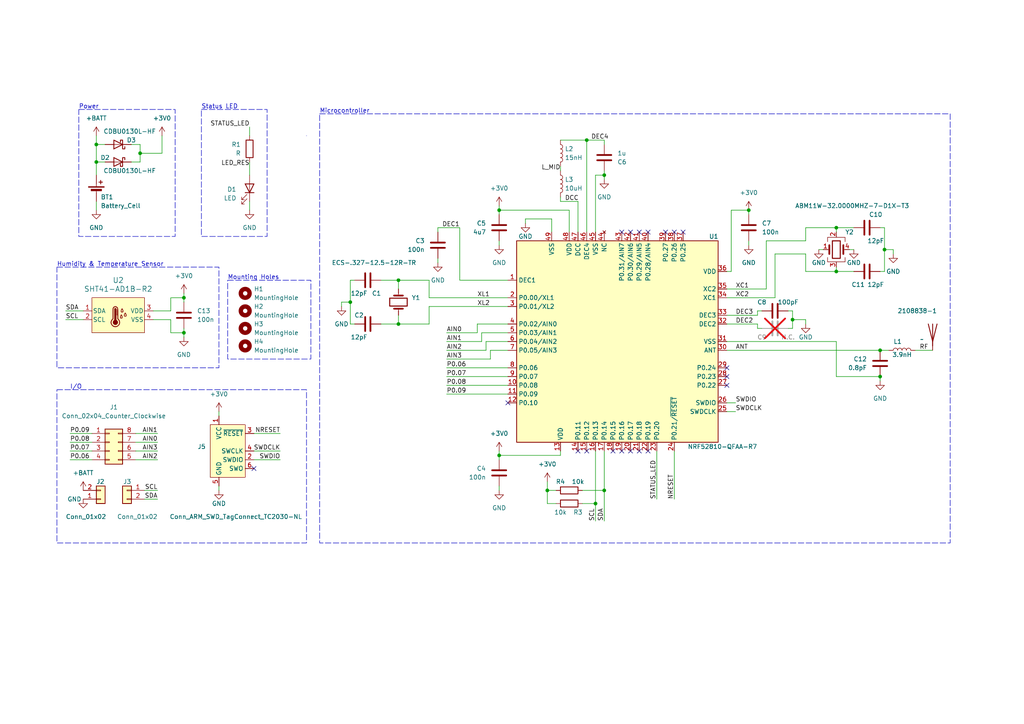
<source format=kicad_sch>
(kicad_sch (version 20230121) (generator eeschema)
  (paper "A4")
  (lib_symbols
    (symbol "Connector:Conn_ARM_SWD_TagConnect_TC2030-NL" (in_bom no)
      (property "Reference" "J" (at 2.54 11.43 0))
      (property "Value" "Conn_ARM_SWD_TagConnect_TC2030-NL" (at 2.54 8.89 0))
      (symbol "Conn_ARM_SWD_TagConnect_TC2030-NL_0_0"
        (pin power_in line (at -2.54 10.16 270) (length 2.54) (name "VCC") (number "1"))
        (pin bidirectional line (at 7.62 -2.54 180) (length 2.54) (name "SWDIO") (number "2"))
        (pin open_collector line (at 7.62 5.08 180) (length 2.54) (name "~{RESET}") (number "3"))
        (pin output line (at 7.62 0 180) (length 2.54) (name "SWCLK") (number "4"))
        (pin power_in line (at -2.54 -10.16 90) (length 2.54) (name "GND") (number "5"))
        (pin input line (at 7.62 -5.08 180) (length 2.54) (name "SWO") (number "6"))
      )
      (symbol "Conn_ARM_SWD_TagConnect_TC2030-NL_0_1"
        (rectangle (start -5.08 7.62) (end 5.08 -7.62) (fill (type background)))
      )
    )
    (symbol "Connector_Generic:Conn_01x02" (pin_names (offset 1.016) hide)
      (property "Reference" "J" (at 0 2.54 0))
      (property "Value" "Conn_01x02" (at 0 -5.08 0))
      (symbol "Conn_01x02_1_1"
        (rectangle (start -1.27 -2.413) (end 0 -2.667) (stroke (width 0.1524)))
        (rectangle (start -1.27 0.127) (end 0 -0.127) (stroke (width 0.1524)))
        (rectangle (start -1.27 1.27) (end 1.27 -3.81) (stroke (width 0.254)) (fill (type background)))
        (pin passive line (at -5.08 0 0) (length 3.81) (name "Pin_1") (number "1"))
        (pin passive line (at -5.08 -2.54 0) (length 3.81) (name "Pin_2") (number "2"))
      )
    )
    (symbol "Connector_Generic:Conn_02x04_Counter_Clockwise" (pin_names (offset 1.016) hide)
      (property "Reference" "J" (at 1.27 5.08 0))
      (property "Value" "Conn_02x04_Counter_Clockwise" (at 1.27 -7.62 0))
      (symbol "Conn_02x04_Counter_Clockwise_1_1"
        (rectangle (start -1.27 -4.953) (end 0 -5.207) (stroke (width 0.1524)))
        (rectangle (start -1.27 -2.413) (end 0 -2.667) (stroke (width 0.1524)))
        (rectangle (start -1.27 0.127) (end 0 -0.127) (stroke (width 0.1524)))
        (rectangle (start -1.27 2.667) (end 0 2.413) (stroke (width 0.1524)))
        (rectangle (start -1.27 3.81) (end 3.81 -6.35) (stroke (width 0.254)) (fill (type background)))
        (rectangle (start 3.81 -4.953) (end 2.54 -5.207) (stroke (width 0.1524)))
        (rectangle (start 3.81 -2.413) (end 2.54 -2.667) (stroke (width 0.1524)))
        (rectangle (start 3.81 0.127) (end 2.54 -0.127) (stroke (width 0.1524)))
        (rectangle (start 3.81 2.667) (end 2.54 2.413) (stroke (width 0.1524)))
        (pin passive line (at -5.08 2.54 0) (length 3.81) (name "Pin_1") (number "1"))
        (pin passive line (at -5.08 0 0) (length 3.81) (name "Pin_2") (number "2"))
        (pin passive line (at -5.08 -2.54 0) (length 3.81) (name "Pin_3") (number "3"))
        (pin passive line (at -5.08 -5.08 0) (length 3.81) (name "Pin_4") (number "4"))
        (pin passive line (at 7.62 -5.08 180) (length 3.81) (name "Pin_5") (number "5"))
        (pin passive line (at 7.62 -2.54 180) (length 3.81) (name "Pin_6") (number "6"))
        (pin passive line (at 7.62 0 180) (length 3.81) (name "Pin_7") (number "7"))
        (pin passive line (at 7.62 2.54 180) (length 3.81) (name "Pin_8") (number "8"))
      )
    )
    (symbol "Device:Antenna" (pin_numbers hide) (pin_names (offset 1.016) hide)
      (property "Reference" "AE" (at -1.905 1.905 0))
      (property "Value" "Antenna" (at -1.905 0 0))
      (symbol "Antenna_0_1"
        (polyline (pts (xy 0 2.54) (xy 0 -3.81)) (stroke (width 0.254)))
        (polyline (pts (xy 1.27 2.54) (xy 0 -2.54) (xy -1.27 2.54)) (stroke (width 0.254)))
      )
      (symbol "Antenna_1_1"
        (pin input line (at 0 -5.08 90) (length 2.54) (name "A") (number "1"))
      )
    )
    (symbol "Device:Battery_Cell" (pin_numbers hide) (pin_names (offset 0) hide)
      (property "Reference" "BT" (at 2.54 2.54 0))
      (property "Value" "Battery_Cell" (at 2.54 0 0))
      (symbol "Battery_Cell_0_1"
        (rectangle (start -2.286 1.778) (end 2.286 1.524) (fill (type outline)))
        (rectangle (start -1.524 1.016) (end 1.524 0.508) (fill (type outline)))
        (polyline (pts (xy 0 0.762) (xy 0 0)))
        (polyline (pts (xy 0 1.778) (xy 0 2.54)))
        (polyline (pts (xy 0.762 3.048) (xy 1.778 3.048)) (stroke (width 0.254)))
        (polyline (pts (xy 1.27 3.556) (xy 1.27 2.54)) (stroke (width 0.254)))
      )
      (symbol "Battery_Cell_1_1"
        (pin passive line (at 0 5.08 270) (length 2.54) (name "+") (number "1"))
        (pin passive line (at 0 -2.54 90) (length 2.54) (name "-") (number "2"))
      )
    )
    (symbol "Device:C" (pin_numbers hide) (pin_names (offset 0.254))
      (property "Reference" "C" (at 0.635 2.54 0))
      (property "Value" "C" (at 0.635 -2.54 0))
      (symbol "C_0_1"
        (polyline (pts (xy -2.032 -0.762) (xy 2.032 -0.762)) (stroke (width 0.508)))
        (polyline (pts (xy -2.032 0.762) (xy 2.032 0.762)) (stroke (width 0.508)))
      )
      (symbol "C_1_1"
        (pin passive line (at 0 3.81 270) (length 2.794) (name "~") (number "1"))
        (pin passive line (at 0 -3.81 90) (length 2.794) (name "~") (number "2"))
      )
    )
    (symbol "Device:Crystal" (pin_numbers hide) (pin_names (offset 1.016) hide)
      (property "Reference" "Y" (at 0 3.81 0))
      (property "Value" "Crystal" (at 0 -3.81 0))
      (symbol "Crystal_0_1"
        (rectangle (start -1.143 2.54) (end 1.143 -2.54) (stroke (width 0.3048)))
        (polyline (pts (xy -2.54 0) (xy -1.905 0)))
        (polyline (pts (xy -1.905 -1.27) (xy -1.905 1.27)) (stroke (width 0.508)))
        (polyline (pts (xy 1.905 -1.27) (xy 1.905 1.27)) (stroke (width 0.508)))
        (polyline (pts (xy 2.54 0) (xy 1.905 0)))
      )
      (symbol "Crystal_1_1"
        (pin passive line (at -3.81 0 0) (length 1.27) (name "1") (number "1"))
        (pin passive line (at 3.81 0 180) (length 1.27) (name "2") (number "2"))
      )
    )
    (symbol "Device:Crystal_GND23" (pin_names (offset 1.016) hide)
      (property "Reference" "Y" (at 3.175 5.08 0))
      (property "Value" "Crystal_GND23" (at 3.175 3.175 0))
      (symbol "Crystal_GND23_0_1"
        (rectangle (start -1.143 2.54) (end 1.143 -2.54) (stroke (width 0.3048)))
        (polyline (pts (xy -2.54 0) (xy -2.032 0)))
        (polyline (pts (xy -2.032 -1.27) (xy -2.032 1.27)) (stroke (width 0.508)))
        (polyline (pts (xy 0 -3.81) (xy 0 -3.556)))
        (polyline (pts (xy 0 3.556) (xy 0 3.81)))
        (polyline (pts (xy 2.032 -1.27) (xy 2.032 1.27)) (stroke (width 0.508)))
        (polyline (pts (xy 2.032 0) (xy 2.54 0)))
        (polyline (pts (xy -2.54 -2.286) (xy -2.54 -3.556) (xy 2.54 -3.556) (xy 2.54 -2.286)))
        (polyline (pts (xy -2.54 2.286) (xy -2.54 3.556) (xy 2.54 3.556) (xy 2.54 2.286)))
      )
      (symbol "Crystal_GND23_1_1"
        (pin passive line (at -3.81 0 0) (length 1.27) (name "1") (number "1"))
        (pin passive line (at 0 5.08 270) (length 1.27) (name "2") (number "2"))
        (pin passive line (at 0 -5.08 90) (length 1.27) (name "3") (number "3"))
        (pin passive line (at 3.81 0 180) (length 1.27) (name "4") (number "4"))
      )
    )
    (symbol "Device:D_Schottky" (pin_numbers hide) (pin_names (offset 1.016) hide)
      (property "Reference" "D" (at 0 2.54 0))
      (property "Value" "D_Schottky" (at 0 -2.54 0))
      (symbol "D_Schottky_0_1"
        (polyline (pts (xy 1.27 0) (xy -1.27 0)))
        (polyline (pts (xy 1.27 1.27) (xy 1.27 -1.27) (xy -1.27 0) (xy 1.27 1.27)) (stroke (width 0.254)))
        (polyline (pts (xy -1.905 0.635) (xy -1.905 1.27) (xy -1.27 1.27) (xy -1.27 -1.27) (xy -0.635 -1.27) (xy -0.635 -0.635)) (stroke (width 0.254)))
      )
      (symbol "D_Schottky_1_1"
        (pin passive line (at -3.81 0 0) (length 2.54) (name "K") (number "1"))
        (pin passive line (at 3.81 0 180) (length 2.54) (name "A") (number "2"))
      )
    )
    (symbol "Device:L" (pin_numbers hide) (pin_names (offset 1.016) hide)
      (property "Reference" "L" (at -1.27 0 90))
      (property "Value" "L" (at 1.905 0 90))
      (symbol "L_0_1"
        (arc (start 0 -2.54) (mid 0.6323 -1.905) (end 0 -1.27))
        (arc (start 0 -1.27) (mid 0.6323 -0.635) (end 0 0))
        (arc (start 0 0) (mid 0.6323 0.635) (end 0 1.27))
        (arc (start 0 1.27) (mid 0.6323 1.905) (end 0 2.54))
      )
      (symbol "L_1_1"
        (pin passive line (at 0 3.81 270) (length 1.27) (name "1") (number "1"))
        (pin passive line (at 0 -3.81 90) (length 1.27) (name "2") (number "2"))
      )
    )
    (symbol "Device:LED" (pin_numbers hide) (pin_names (offset 1.016) hide)
      (property "Reference" "D" (at 0 2.54 0))
      (property "Value" "LED" (at 0 -2.54 0))
      (symbol "LED_0_1"
        (polyline (pts (xy -1.27 -1.27) (xy -1.27 1.27)) (stroke (width 0.254)))
        (polyline (pts (xy -1.27 0) (xy 1.27 0)))
        (polyline (pts (xy 1.27 -1.27) (xy 1.27 1.27) (xy -1.27 0) (xy 1.27 -1.27)) (stroke (width 0.254)))
        (polyline (pts (xy -3.048 -0.762) (xy -4.572 -2.286) (xy -3.81 -2.286) (xy -4.572 -2.286) (xy -4.572 -1.524)))
        (polyline (pts (xy -1.778 -0.762) (xy -3.302 -2.286) (xy -2.54 -2.286) (xy -3.302 -2.286) (xy -3.302 -1.524)))
      )
      (symbol "LED_1_1"
        (pin passive line (at -3.81 0 0) (length 2.54) (name "K") (number "1"))
        (pin passive line (at 3.81 0 180) (length 2.54) (name "A") (number "2"))
      )
    )
    (symbol "Device:R" (pin_numbers hide) (pin_names (offset 0))
      (property "Reference" "R" (at 2.032 0 90))
      (property "Value" "R" (at 0 0 90))
      (symbol "R_0_1"
        (rectangle (start -1.016 -2.54) (end 1.016 2.54) (stroke (width 0.254)))
      )
      (symbol "R_1_1"
        (pin passive line (at 0 3.81 270) (length 1.27) (name "~") (number "1"))
        (pin passive line (at 0 -3.81 90) (length 1.27) (name "~") (number "2"))
      )
    )
    (symbol "Mechanical:MountingHole" (pin_names (offset 1.016))
      (property "Reference" "H" (at 0 5.08 0))
      (property "Value" "MountingHole" (at 0 3.175 0))
      (symbol "MountingHole_0_1"
        (circle (center 0 0) (radius 1.27) (stroke (width 1.27)))
      )
    )
    (symbol "encyclopedia_galactica:NRF52810-QFAA-R7"
      (property "Reference" "U" (at 0 54.61 0))
      (property "Value" "NRF52810-QFAA-R7" (at 0 52.07 0))
      (symbol "NRF52810-QFAA-R7_0_1"
        (rectangle (start -29.21 29.21) (end 29.21 -29.21) (stroke (width 0.254)) (fill (type background)))
      )
      (symbol "NRF52810-QFAA-R7_1_1"
        (pin passive line (at -31.75 17.78 0) (length 2.54) (name "DEC1") (number "1"))
        (pin bidirectional line (at -31.75 -12.7 0) (length 2.54) (name "P0.08") (number "10"))
        (pin bidirectional line (at -31.75 -15.24 0) (length 2.54) (name "P0.09") (number "11"))
        (pin bidirectional line (at -31.75 -17.78 0) (length 2.54) (name "P0.10") (number "12"))
        (pin power_in line (at -16.51 -31.75 90) (length 2.54) (name "VDD") (number "13"))
        (pin bidirectional line (at -11.43 -31.75 90) (length 2.54) (name "P0.11") (number "14"))
        (pin bidirectional line (at -8.89 -31.75 90) (length 2.54) (name "P0.12") (number "15"))
        (pin bidirectional line (at -6.35 -31.75 90) (length 2.54) (name "P0.13") (number "16"))
        (pin bidirectional line (at -3.81 -31.75 90) (length 2.54) (name "P0.14") (number "17"))
        (pin bidirectional line (at -1.27 -31.75 90) (length 2.54) (name "P0.15") (number "18"))
        (pin bidirectional line (at 1.27 -31.75 90) (length 2.54) (name "P0.16") (number "19"))
        (pin bidirectional line (at -31.75 12.7 0) (length 2.54) (name "P0.00/XL1") (number "2"))
        (pin bidirectional line (at 3.81 -31.75 90) (length 2.54) (name "P0.17") (number "20"))
        (pin bidirectional line (at 6.35 -31.75 90) (length 2.54) (name "P0.18") (number "21"))
        (pin bidirectional line (at 8.89 -31.75 90) (length 2.54) (name "P0.19") (number "22"))
        (pin bidirectional line (at 11.43 -31.75 90) (length 2.54) (name "P0.20") (number "23"))
        (pin bidirectional line (at 16.51 -31.75 90) (length 2.54) (name "P0.21/~{RESET}") (number "24"))
        (pin input line (at 31.75 -20.32 180) (length 2.54) (name "SWDCLK") (number "25"))
        (pin bidirectional line (at 31.75 -17.78 180) (length 2.54) (name "SWDIO") (number "26"))
        (pin bidirectional line (at 31.75 -12.7 180) (length 2.54) (name "P0.22") (number "27"))
        (pin bidirectional line (at 31.75 -10.16 180) (length 2.54) (name "P0.23") (number "28"))
        (pin bidirectional line (at 31.75 -7.62 180) (length 2.54) (name "P0.24") (number "29"))
        (pin bidirectional line (at -31.75 10.16 0) (length 2.54) (name "P0.01/XL2") (number "3"))
        (pin passive line (at 31.75 -2.54 180) (length 2.54) (name "ANT") (number "30"))
        (pin power_in line (at 31.75 0 180) (length 2.54) (name "VSS") (number "31"))
        (pin passive line (at 31.75 5.08 180) (length 2.54) (name "DEC2") (number "32"))
        (pin passive line (at 31.75 7.62 180) (length 2.54) (name "DEC3") (number "33"))
        (pin input line (at 31.75 12.7 180) (length 2.54) (name "XC1") (number "34"))
        (pin input line (at 31.75 15.24 180) (length 2.54) (name "XC2") (number "35"))
        (pin passive line (at 31.75 20.32 180) (length 2.54) (name "VDD") (number "36"))
        (pin bidirectional line (at 19.05 31.75 270) (length 2.54) (name "P0.25") (number "37"))
        (pin bidirectional line (at 16.51 31.75 270) (length 2.54) (name "P0.26") (number "38"))
        (pin bidirectional line (at 13.97 31.75 270) (length 2.54) (name "P0.27") (number "39"))
        (pin bidirectional line (at -31.75 5.08 0) (length 2.54) (name "P0.02/AIN0") (number "4"))
        (pin bidirectional line (at 8.89 31.75 270) (length 2.54) (name "P0.28/AIN4") (number "40"))
        (pin bidirectional line (at 6.35 31.75 270) (length 2.54) (name "P0.29/AIN5") (number "41"))
        (pin bidirectional line (at 3.81 31.75 270) (length 2.54) (name "P0.30/AIN6") (number "42"))
        (pin bidirectional line (at 1.27 31.75 270) (length 2.54) (name "P0.31/AIN7") (number "43"))
        (pin no_connect line (at -3.81 31.75 270) (length 2.54) (name "NC") (number "44"))
        (pin passive line (at -6.35 31.75 270) (length 2.54) (name "VSS") (number "45"))
        (pin passive line (at -8.89 31.75 270) (length 2.54) (name "DEC4") (number "46"))
        (pin power_out line (at -11.43 31.75 270) (length 2.54) (name "DCC") (number "47"))
        (pin passive line (at -13.97 31.75 270) (length 2.54) (name "VDD") (number "48"))
        (pin passive line (at -19.05 31.75 270) (length 2.54) (name "VSS") (number "49"))
        (pin bidirectional line (at -31.75 2.54 0) (length 2.54) (name "P0.03/AIN1") (number "5"))
        (pin bidirectional line (at -31.75 0 0) (length 2.54) (name "P0.04/AIN2") (number "6"))
        (pin bidirectional line (at -31.75 -2.54 0) (length 2.54) (name "P0.05/AIN3") (number "7"))
        (pin bidirectional line (at -31.75 -7.62 0) (length 2.54) (name "P0.06") (number "8"))
        (pin bidirectional line (at -31.75 -10.16 0) (length 2.54) (name "P0.07") (number "9"))
      )
    )
    (symbol "encyclopedia_galactica:SHT41-AD1B-R2" (pin_names (offset 0.254))
      (property "Reference" "U" (at 0 13.97 0))
      (property "Value" "SHT41-AD1B-R2" (at 0 11.43 0))
      (symbol "SHT41-AD1B-R2_0_0"
        (polyline (pts (xy -0.7782 -2.7679) (xy -0.7538 -2.7614) (xy -0.6273 -2.7452) (xy -0.5713 -2.733) (xy -0.4386 -2.65) (xy -0.3005 -2.5149) (xy -0.1862 -2.3589) (xy -0.1253 -2.2133) (xy -0.1122 -1.9777) (xy -0.1841 -1.7536) (xy -0.3553 -1.5359) (xy -0.5465 -1.3446) (xy -0.5465 0.2882) (xy -0.5465 1.9209) (xy -0.6855 2.012) (xy -0.7691 2.0613) (xy -0.8546 2.0708) (xy -0.9634 2.012) (xy -1.1023 1.9209) (xy -1.1023 0.2767) (xy -1.1023 -1.3675) (xy -1.2424 -1.4777) (xy -1.2888 -1.5171) (xy -1.4497 -1.7284) (xy -1.5229 -1.9679) (xy -1.5126 -2.2124) (xy -1.4228 -2.4384) (xy -1.2576 -2.6226) (xy -1.0211 -2.7416) (xy -0.8813 -2.7694) (xy -0.7782 -2.7679)) (stroke (width 0.01)) (fill (type outline)))
        (polyline (pts (xy 2.1727 -0.3391) (xy 2.3119 -0.2679) (xy 2.3683 -0.175) (xy 2.3992 -0.0278) (xy 2.3871 0.0546) (xy 2.337 0.2108) (xy 2.2619 0.3868) (xy 2.177 0.5511) (xy 2.0973 0.6727) (xy 2.0379 0.7202) (xy 1.9994 0.6955) (xy 1.9245 0.5928) (xy 1.8393 0.4391) (xy 1.7593 0.2658) (xy 1.6999 0.1045) (xy 1.6767 -0.0135) (xy 1.6805 -0.0349) (xy 1.7878 -0.0349) (xy 1.7977 0.0177) (xy 1.8421 0.1542) (xy 1.9103 0.3256) (xy 2.0328 0.6103) (xy 2.1597 0.3359) (xy 2.2226 0.1922) (xy 2.2764 0.0231) (xy 2.275 -0.0919) (xy 2.2213 -0.1774) (xy 2.1655 -0.214) (xy 2.0379 -0.2441) (xy 1.9584 -0.2324) (xy 1.8367 -0.1559) (xy 1.7878 -0.0349) (xy 1.6805 -0.0349) (xy 1.6952 -0.1171) (xy 1.7686 -0.2536) (xy 1.8305 -0.3015) (xy 1.9945 -0.3498) (xy 2.1727 -0.3391)) (stroke (width 0.01)) (fill (type outline)))
        (polyline (pts (xy 1.2779 0.8852) (xy 1.3876 0.9342) (xy 1.439 1.0346) (xy 1.4494 1.2197) (xy 1.4056 1.4476) (xy 1.3104 1.6903) (xy 1.2438 1.815) (xy 1.1682 1.9333) (xy 1.1209 1.9791) (xy 1.087 1.9506) (xy 1.016 1.8457) (xy 0.9313 1.6903) (xy 0.8493 1.4902) (xy 0.7962 1.2577) (xy 0.7964 1.2083) (xy 0.8985 1.2083) (xy 0.907 1.2863) (xy 0.947 1.4367) (xy 1.0063 1.5899) (xy 1.0699 1.7089) (xy 1.1227 1.7568) (xy 1.1687 1.7194) (xy 1.2295 1.6057) (xy 1.286 1.4514) (xy 1.3252 1.2933) (xy 1.3338 1.1679) (xy 1.3235 1.1054) (xy 1.2709 1.0212) (xy 1.1467 0.9899) (xy 1.1356 0.9889) (xy 0.987 0.994) (xy 0.9164 1.0597) (xy 0.8985 1.2083) (xy 0.7964 1.2083) (xy 0.7968 1.063) (xy 0.8541 0.9342) (xy 0.9555 0.8871) (xy 1.116 0.8695) (xy 1.2779 0.8852)) (stroke (width 0.01)) (fill (type outline)))
        (polyline (pts (xy 1.1245 -0.8535) (xy 1.1312 -0.8498) (xy 1.2085 -0.7577) (xy 1.2315 -0.5895) (xy 1.2238 -0.507) (xy 1.1823 -0.3342) (xy 1.116 -0.1464) (xy 1.038 0.0259) (xy 0.9612 0.1517) (xy 0.8985 0.2005) (xy 0.864 0.1827) (xy 0.7914 0.0847) (xy 0.7123 -0.0722) (xy 0.6397 -0.2572) (xy 0.5864 -0.4397) (xy 0.5682 -0.5702) (xy 0.6762 -0.5702) (xy 0.6847 -0.4923) (xy 0.7246 -0.3419) (xy 0.784 -0.1887) (xy 0.8476 -0.0697) (xy 0.9004 -0.0218) (xy 0.9464 -0.0591) (xy 1.0072 -0.1728) (xy 1.0637 -0.3271) (xy 1.1029 -0.4853) (xy 1.1115 -0.6106) (xy 1.1012 -0.6731) (xy 1.0485 -0.7574) (xy 0.9243 -0.7887) (xy 0.9133 -0.7897) (xy 0.7647 -0.7846) (xy 0.6941 -0.7188) (xy 0.6762 -0.5702) (xy 0.5682 -0.5702) (xy 0.5656 -0.5887) (xy 0.5845 -0.7427) (xy 0.6623 -0.851) (xy 0.7257 -0.88) (xy 0.9286 -0.906) (xy 1.1245 -0.8535)) (stroke (width 0.01)) (fill (type outline)))
        (polyline (pts (xy -0.5545 -3.3797) (xy -0.2175 -3.2426) (xy 0.0945 -2.9972) (xy 0.1243 -2.9669) (xy 0.3463 -2.6832) (xy 0.4707 -2.3844) (xy 0.5089 -2.044) (xy 0.476 -1.8294) (xy 0.3828 -1.5698) (xy 0.2505 -1.3237) (xy 0.1 -1.1376) (xy -0.0463 -1.0029) (xy -0.0464 0.4742) (xy -0.0467 0.7893) (xy -0.0488 1.1761) (xy -0.0534 1.4752) (xy -0.0614 1.7005) (xy -0.0736 1.8661) (xy -0.0909 1.986) (xy -0.1139 2.0742) (xy -0.1437 2.1447) (xy -0.2598 2.3183) (xy -0.4689 2.4887) (xy -0.7142 2.5745) (xy -0.9722 2.5687) (xy -1.2192 2.4643) (xy -1.2384 2.4513) (xy -1.3421 2.3751) (xy -1.424 2.294) (xy -1.4867 2.1948) (xy -1.5327 2.0641) (xy -1.5646 1.8887) (xy -1.585 1.6553) (xy -1.5964 1.3506) (xy -1.6014 0.9613) (xy -1.6025 0.4742) (xy -1.6026 -1.0029) (xy -1.7489 -1.1376) (xy -1.8907 -1.3105) (xy -2.0247 -1.5544) (xy -2.1208 -1.8145) (xy -2.1578 -2.044) (xy -2.1575 -2.0827) (xy -2.138 -2.2218) (xy -1.9808 -2.2218) (xy -1.9707 -1.897) (xy -1.8626 -1.5804) (xy -1.6554 -1.2905) (xy -1.4358 -1.0597) (xy -1.4358 0.4346) (xy -1.4358 0.4797) (xy -1.4346 0.9365) (xy -1.4309 1.2963) (xy -1.424 1.572) (xy -1.4133 1.7764) (xy -1.398 1.9226) (xy -1.3777 2.0235) (xy -1.3515 2.0921) (xy -1.3513 2.0925) (xy -1.216 2.2564) (xy -1.0244 2.3768) (xy -0.8244 2.4237) (xy -0.7891 2.4224) (xy -0.5709 2.3561) (xy -0.3871 2.2073) (xy -0.2603 2.0002) (xy -0.2131 1.7595) (xy -0.2144 1.7118) (xy -0.2434 1.6157) (xy -0.3242 1.59) (xy -0.389 1.5745) (xy -0.4354 1.5066) (xy -0.4147 1.458) (xy -0.3242 1.4233) (xy -0.2391 1.3933) (xy -0.2131 1.2843) (xy -0.237 1.1779) (xy -0.3242 1.1454) (xy -0.389 1.1299) (xy -0.4354 1.062) (xy -0.4147 1.0134) (xy -0.3242 0.9786) (xy -0.2391 0.9486) (xy -0.2131 0.8397) (xy -0.237 0.7333) (xy -0.3242 0.7007) (xy -0.389 0.6853) (xy -0.4354 0.6174) (xy -0.4147 0.5687) (xy -0.3242 0.534) (xy -0.2391 0.504) (xy -0.2131 0.395) (xy -0.237 0.2887) (xy -0.3242 0.2561) (xy -0.389 0.2406) (xy -0.4354 0.1727) (xy -0.4147 0.1241) (xy -0.3242 0.0894) (xy -0.3128 0.0892) (xy -0.2667 0.0778) (xy -0.2375 0.0345) (xy -0.2213 -0.0606) (xy -0.2145 -0.2272) (xy -0.2131 -0.4852) (xy -0.2131 -1.0597) (xy 0.0065 -1.2905) (xy 0.1132 -1.418) (xy 0.2758 -1.7239) (xy 0.3386 -2.0486) (xy 0.3025 -2.3736) (xy 0.168 -2.6806) (xy -0.0639 -2.9511) (xy -0.1168 -2.9941) (xy -0.3007 -3.1115) (xy -0.4755 -3.1865) (xy -0.586 -3.2131) (xy -0.9384 -3.2355) (xy -1.2628 -3.1514) (xy -1.568 -2.9592) (xy -1.7106 -2.8208) (xy -1.8938 -2.5359) (xy -1.9808 -2.2218) (xy -2.138 -2.2218) (xy -2.1106 -2.4174) (xy -1.9764 -2.7137) (xy -1.7434 -2.9978) (xy -1.5826 -3.142) (xy -1.4085 -3.2682) (xy -1.2691 -3.3395) (xy -0.9161 -3.4084) (xy -0.5545 -3.3797)) (stroke (width 0.01)) (fill (type outline)))
      )
      (symbol "SHT41-AD1B-R2_1_1"
        (rectangle (start -7.62 5.08) (end 7.62 -5.08) (fill (type background)))
        (pin bidirectional line (at -10.16 1.27 0) (length 2.54) (name "SDA") (number "1"))
        (pin input line (at -10.16 -1.27 0) (length 2.54) (name "SCL") (number "2"))
        (pin power_in line (at 10.16 1.27 180) (length 2.54) (name "VDD") (number "3"))
        (pin power_out line (at 10.16 -1.27 180) (length 2.54) (name "VSS") (number "4"))
      )
    )
    (symbol "power:+3V0" (power) (pin_names (offset 0))
      (property "Value" "+3V0" (at 0 3.556 0))
      (symbol "+3V0_0_1"
        (polyline (pts (xy -0.762 1.27) (xy 0 2.54)))
        (polyline (pts (xy 0 0) (xy 0 2.54)))
        (polyline (pts (xy 0 2.54) (xy 0.762 1.27)))
      )
      (symbol "+3V0_1_1"
        (pin power_in line (at 0 0 90) (length 0) hide (name "+3V0") (number "1"))
      )
    )
    (symbol "power:+BATT" (power) (pin_names (offset 0))
      (property "Value" "+BATT" (at 0 3.556 0))
      (symbol "+BATT_0_1"
        (polyline (pts (xy -0.762 1.27) (xy 0 2.54)))
        (polyline (pts (xy 0 0) (xy 0 2.54)))
        (polyline (pts (xy 0 2.54) (xy 0.762 1.27)))
      )
      (symbol "+BATT_1_1"
        (pin power_in line (at 0 0 90) (length 0) hide (name "+BATT") (number "1"))
      )
    )
    (symbol "power:GND" (power) (pin_names (offset 0))
      (property "Value" "GND" (at 0 -3.81 0))
      (symbol "GND_0_1"
        (polyline (pts (xy 0 0) (xy 0 -1.27) (xy 1.27 -1.27) (xy 0 -2.54) (xy -1.27 -1.27) (xy 0 -1.27)))
      )
      (symbol "GND_1_1"
        (pin power_in line (at 0 0 270) (length 0) hide (name "GND") (number "1"))
      )
    )
  )
  (junction (at 242.57 66.04))
  (junction (at 27.94 46.99))
  (junction (at 217.17 60.96))
  (junction (at 255.27 109.22))
  (junction (at 144.78 132.08))
  (junction (at 175.26 50.8))
  (junction (at 158.75 142.24))
  (junction (at 255.27 101.6))
  (junction (at 144.78 60.96))
  (junction (at 115.57 93.98))
  (junction (at 53.34 96.52))
  (junction (at 27.94 41.91))
  (junction (at 170.18 40.64))
  (junction (at 175.26 142.24))
  (junction (at 172.72 146.05))
  (junction (at 40.64 44.45))
  (junction (at 242.57 78.74))
  (junction (at 101.6 87.63))
  (junction (at 229.87 92.71))
  (junction (at 115.57 81.28))
  (junction (at 53.34 86.36))
  (junction (at 256.54 72.39))
  (no_connect (at 182.88 130.81))
  (no_connect (at 73.66 135.89))
  (no_connect (at 210.82 111.76))
  (no_connect (at 210.82 109.22))
  (no_connect (at 167.64 130.81))
  (no_connect (at 180.34 130.81))
  (no_connect (at 170.18 130.81))
  (no_connect (at 177.8 130.81))
  (no_connect (at 187.96 67.31))
  (no_connect (at 147.32 116.84))
  (no_connect (at 185.42 130.81))
  (no_connect (at 185.42 67.31))
  (no_connect (at 180.34 67.31))
  (no_connect (at 187.96 130.81))
  (no_connect (at 195.58 67.31))
  (no_connect (at 193.04 67.31))
  (no_connect (at 182.88 67.31))
  (no_connect (at 210.82 106.68))
  (no_connect (at 198.12 67.31))
  (wire (pts (xy 129.54 99.06) (xy 139.7 99.06)))
  (wire (pts (xy 127 74.93) (xy 127 76.2)))
  (wire (pts (xy 101.6 93.98) (xy 101.6 87.63)))
  (wire (pts (xy 175.26 49.53) (xy 175.26 50.8)))
  (wire (pts (xy 242.57 78.74) (xy 242.57 77.47)))
  (wire (pts (xy 212.09 78.74) (xy 210.82 78.74)))
  (wire (pts (xy 19.05 92.71) (xy 24.13 92.71)))
  (wire (pts (xy 147.32 96.52) (xy 139.7 96.52)))
  (wire (pts (xy 222.25 69.85) (xy 222.25 83.82)))
  (wire (pts (xy 129.54 114.3) (xy 147.32 114.3)))
  (wire (pts (xy 233.68 92.71) (xy 229.87 92.71)))
  (wire (pts (xy 161.29 142.24) (xy 158.75 142.24)))
  (wire (pts (xy 224.79 73.66) (xy 233.68 73.66)))
  (wire (pts (xy 38.1 41.91) (xy 40.64 41.91)))
  (wire (pts (xy 172.72 146.05) (xy 172.72 151.13)))
  (wire (pts (xy 160.02 63.5) (xy 152.4 63.5)))
  (wire (pts (xy 53.34 85.09) (xy 53.34 86.36)))
  (wire (pts (xy 115.57 81.28) (xy 115.57 83.82)))
  (wire (pts (xy 190.5 130.81) (xy 190.5 144.78)))
  (wire (pts (xy 124.46 81.28) (xy 124.46 86.36)))
  (wire (pts (xy 265.43 101.6) (xy 270.51 101.6)))
  (wire (pts (xy 27.94 46.99) (xy 30.48 46.99)))
  (wire (pts (xy 27.94 58.42) (xy 27.94 60.96)))
  (wire (pts (xy 144.78 71.12) (xy 144.78 69.85)))
  (wire (pts (xy 140.97 99.06) (xy 140.97 101.6)))
  (wire (pts (xy 39.37 130.81) (xy 45.72 130.81)))
  (wire (pts (xy 49.53 86.36) (xy 53.34 86.36)))
  (wire (pts (xy 256.54 78.74) (xy 256.54 72.39)))
  (wire (pts (xy 162.56 58.42) (xy 167.64 58.42)))
  (wire (pts (xy 220.98 95.25) (xy 219.71 95.25)))
  (wire (pts (xy 72.39 36.83) (xy 72.39 39.37)))
  (wire (pts (xy 102.87 93.98) (xy 101.6 93.98)))
  (wire (pts (xy 144.78 140.97) (xy 144.78 142.24)))
  (wire (pts (xy 129.54 101.6) (xy 140.97 101.6)))
  (wire (pts (xy 129.54 106.68) (xy 147.32 106.68)))
  (wire (pts (xy 129.54 109.22) (xy 147.32 109.22)))
  (wire (pts (xy 127 67.31) (xy 127 66.04)))
  (wire (pts (xy 27.94 39.37) (xy 27.94 41.91)))
  (wire (pts (xy 133.35 81.28) (xy 133.35 66.04)))
  (wire (pts (xy 133.35 66.04) (xy 127 66.04)))
  (wire (pts (xy 147.32 93.98) (xy 138.43 93.98)))
  (wire (pts (xy 144.78 132.08) (xy 144.78 133.35)))
  (wire (pts (xy 233.68 93.98) (xy 233.68 92.71)))
  (wire (pts (xy 255.27 101.6) (xy 257.81 101.6)))
  (wire (pts (xy 229.87 92.71) (xy 229.87 95.25)))
  (wire (pts (xy 49.53 90.17) (xy 49.53 86.36)))
  (wire (pts (xy 39.37 133.35) (xy 45.72 133.35)))
  (wire (pts (xy 40.64 41.91) (xy 40.64 44.45)))
  (wire (pts (xy 53.34 86.36) (xy 53.34 87.63)))
  (wire (pts (xy 242.57 66.04) (xy 233.68 66.04)))
  (wire (pts (xy 238.76 72.39) (xy 237.49 72.39)))
  (wire (pts (xy 170.18 40.64) (xy 170.18 67.31)))
  (wire (pts (xy 129.54 111.76) (xy 147.32 111.76)))
  (wire (pts (xy 220.98 90.17) (xy 219.71 90.17)))
  (wire (pts (xy 172.72 130.81) (xy 172.72 146.05)))
  (wire (pts (xy 144.78 130.81) (xy 144.78 132.08)))
  (wire (pts (xy 165.1 60.96) (xy 144.78 60.96)))
  (wire (pts (xy 228.6 90.17) (xy 229.87 90.17)))
  (wire (pts (xy 20.32 128.27) (xy 26.67 128.27)))
  (wire (pts (xy 210.82 99.06) (xy 242.57 99.06)))
  (wire (pts (xy 99.06 88.9) (xy 99.06 87.63)))
  (wire (pts (xy 210.82 101.6) (xy 255.27 101.6)))
  (wire (pts (xy 110.49 81.28) (xy 115.57 81.28)))
  (wire (pts (xy 142.24 101.6) (xy 142.24 104.14)))
  (wire (pts (xy 139.7 96.52) (xy 139.7 99.06)))
  (wire (pts (xy 20.32 130.81) (xy 26.67 130.81)))
  (wire (pts (xy 165.1 67.31) (xy 165.1 60.96)))
  (wire (pts (xy 224.79 73.66) (xy 224.79 86.36)))
  (wire (pts (xy 161.29 146.05) (xy 158.75 146.05)))
  (wire (pts (xy 158.75 142.24) (xy 158.75 139.7)))
  (wire (pts (xy 144.78 132.08) (xy 162.56 132.08)))
  (wire (pts (xy 242.57 66.04) (xy 242.57 67.31)))
  (wire (pts (xy 256.54 66.04) (xy 255.27 66.04)))
  (wire (pts (xy 233.68 78.74) (xy 242.57 78.74)))
  (wire (pts (xy 195.58 130.81) (xy 195.58 144.78)))
  (wire (pts (xy 242.57 99.06) (xy 242.57 109.22)))
  (wire (pts (xy 40.64 46.99) (xy 38.1 46.99)))
  (wire (pts (xy 247.65 72.39) (xy 246.38 72.39)))
  (wire (pts (xy 217.17 60.96) (xy 217.17 62.23)))
  (wire (pts (xy 45.72 142.24) (xy 41.91 142.24)))
  (wire (pts (xy 162.56 48.26) (xy 162.56 49.53)))
  (wire (pts (xy 138.43 93.98) (xy 138.43 96.52)))
  (wire (pts (xy 242.57 109.22) (xy 255.27 109.22)))
  (wire (pts (xy 46.99 39.37) (xy 46.99 44.45)))
  (wire (pts (xy 115.57 93.98) (xy 124.46 93.98)))
  (wire (pts (xy 63.5 140.97) (xy 63.5 142.24)))
  (wire (pts (xy 40.64 44.45) (xy 40.64 46.99)))
  (wire (pts (xy 20.32 125.73) (xy 26.67 125.73)))
  (wire (pts (xy 210.82 93.98) (xy 219.71 93.98)))
  (wire (pts (xy 45.72 144.78) (xy 41.91 144.78)))
  (wire (pts (xy 217.17 69.85) (xy 217.17 71.12)))
  (wire (pts (xy 20.32 133.35) (xy 26.67 133.35)))
  (wire (pts (xy 53.34 96.52) (xy 53.34 97.79)))
  (wire (pts (xy 259.08 73.66) (xy 259.08 72.39)))
  (wire (pts (xy 124.46 86.36) (xy 147.32 86.36)))
  (wire (pts (xy 124.46 88.9) (xy 147.32 88.9)))
  (wire (pts (xy 72.39 58.42) (xy 72.39 60.96)))
  (wire (pts (xy 175.26 142.24) (xy 175.26 151.13)))
  (wire (pts (xy 72.39 46.99) (xy 72.39 50.8)))
  (wire (pts (xy 160.02 67.31) (xy 160.02 63.5)))
  (wire (pts (xy 73.66 130.81) (xy 81.28 130.81)))
  (wire (pts (xy 39.37 125.73) (xy 45.72 125.73)))
  (wire (pts (xy 115.57 81.28) (xy 124.46 81.28)))
  (wire (pts (xy 210.82 91.44) (xy 219.71 91.44)))
  (wire (pts (xy 212.09 60.96) (xy 217.17 60.96)))
  (wire (pts (xy 46.99 44.45) (xy 40.64 44.45)))
  (wire (pts (xy 175.26 40.64) (xy 175.26 41.91)))
  (wire (pts (xy 144.78 59.69) (xy 144.78 60.96)))
  (wire (pts (xy 228.6 95.25) (xy 229.87 95.25)))
  (wire (pts (xy 255.27 78.74) (xy 256.54 78.74)))
  (wire (pts (xy 138.43 96.52) (xy 129.54 96.52)))
  (wire (pts (xy 124.46 93.98) (xy 124.46 88.9)))
  (wire (pts (xy 175.26 50.8) (xy 175.26 52.07)))
  (wire (pts (xy 210.82 119.38) (xy 213.36 119.38)))
  (wire (pts (xy 101.6 87.63) (xy 101.6 81.28)))
  (wire (pts (xy 170.18 40.64) (xy 175.26 40.64)))
  (wire (pts (xy 147.32 101.6) (xy 142.24 101.6)))
  (wire (pts (xy 162.56 40.64) (xy 170.18 40.64)))
  (wire (pts (xy 63.5 119.38) (xy 63.5 120.65)))
  (wire (pts (xy 158.75 146.05) (xy 158.75 142.24)))
  (wire (pts (xy 53.34 95.25) (xy 53.34 96.52)))
  (wire (pts (xy 224.79 86.36) (xy 210.82 86.36)))
  (wire (pts (xy 219.71 93.98) (xy 219.71 95.25)))
  (wire (pts (xy 144.78 60.96) (xy 144.78 62.23)))
  (wire (pts (xy 233.68 66.04) (xy 233.68 69.85)))
  (wire (pts (xy 142.24 104.14) (xy 129.54 104.14)))
  (wire (pts (xy 175.26 130.81) (xy 175.26 142.24)))
  (wire (pts (xy 39.37 128.27) (xy 45.72 128.27)))
  (wire (pts (xy 255.27 109.22) (xy 255.27 110.49)))
  (wire (pts (xy 44.45 90.17) (xy 49.53 90.17)))
  (wire (pts (xy 256.54 72.39) (xy 256.54 66.04)))
  (wire (pts (xy 172.72 50.8) (xy 175.26 50.8)))
  (wire (pts (xy 73.66 133.35) (xy 81.28 133.35)))
  (wire (pts (xy 259.08 72.39) (xy 256.54 72.39)))
  (wire (pts (xy 49.53 92.71) (xy 49.53 96.52)))
  (wire (pts (xy 147.32 81.28) (xy 133.35 81.28)))
  (wire (pts (xy 233.68 78.74) (xy 233.68 73.66)))
  (wire (pts (xy 247.65 66.04) (xy 242.57 66.04)))
  (wire (pts (xy 44.45 92.71) (xy 49.53 92.71)))
  (wire (pts (xy 229.87 90.17) (xy 229.87 92.71)))
  (wire (pts (xy 115.57 91.44) (xy 115.57 93.98)))
  (wire (pts (xy 19.05 90.17) (xy 24.13 90.17)))
  (wire (pts (xy 167.64 58.42) (xy 167.64 67.31)))
  (wire (pts (xy 110.49 93.98) (xy 115.57 93.98)))
  (wire (pts (xy 147.32 99.06) (xy 140.97 99.06)))
  (wire (pts (xy 49.53 96.52) (xy 53.34 96.52)))
  (wire (pts (xy 162.56 130.81) (xy 162.56 132.08)))
  (wire (pts (xy 212.09 60.96) (xy 212.09 78.74)))
  (wire (pts (xy 172.72 50.8) (xy 172.72 67.31)))
  (wire (pts (xy 210.82 116.84) (xy 213.36 116.84)))
  (wire (pts (xy 168.91 142.24) (xy 175.26 142.24)))
  (wire (pts (xy 152.4 63.5) (xy 152.4 64.77)))
  (wire (pts (xy 222.25 69.85) (xy 233.68 69.85)))
  (wire (pts (xy 27.94 46.99) (xy 27.94 50.8)))
  (wire (pts (xy 99.06 87.63) (xy 101.6 87.63)))
  (wire (pts (xy 247.65 78.74) (xy 242.57 78.74)))
  (wire (pts (xy 73.66 125.73) (xy 81.28 125.73)))
  (wire (pts (xy 27.94 41.91) (xy 27.94 46.99)))
  (wire (pts (xy 210.82 83.82) (xy 222.25 83.82)))
  (wire (pts (xy 27.94 41.91) (xy 30.48 41.91)))
  (wire (pts (xy 168.91 146.05) (xy 172.72 146.05)))
  (wire (pts (xy 162.56 58.42) (xy 162.56 57.15)))
  (wire (pts (xy 101.6 81.28) (xy 102.87 81.28)))
  (wire (pts (xy 219.71 90.17) (xy 219.71 91.44)))
  (rectangle (start 58.42 31.75) (end 77.47 68.58) (stroke (width 0) (type dash)))
  (rectangle (start 16.51 113.03) (end 88.9 157.48) (stroke (width 0) (type dash)))
  (rectangle (start 22.86 31.75) (end 50.8 68.58) (stroke (width 0) (type dash)))
  (rectangle (start 92.71 33.02) (end 275.59 157.48) (stroke (width 0) (type dash)))
  (rectangle (start 16.51 77.47) (end 63.5 106.68) (stroke (width 0) (type dash)))
  (rectangle (start 66.04 81.28) (end 90.17 104.14) (stroke (width 0) (type dash)))
  (rectangle (start 88.9 39.37) (end 88.9 39.37))
  (text "Humidity & Temperature Sensor" (at 16.51 77.47 0) (effects (font (size 1.27 1.27)) (justify left bottom)))
  (text "Microcontroller" (at 92.71 33.02 0) (effects (font (size 1.27 1.27)) (justify left bottom)))
  (text "Mounting Holes" (at 66.04 81.28 0) (effects (font (size 1.27 1.27)) (justify left bottom)))
  (text "I/O" (at 20.32 113.03 0) (effects (font (size 1.27 1.27)) (justify left bottom)))
  (text "Status LED" (at 58.42 31.75 0) (effects (font (size 1.27 1.27)) (justify left bottom)))
  (text "Power" (at 22.86 31.75 0) (effects (font (size 1.27 1.27)) (justify left bottom)))
  (label "P0.06" (at 20.32 133.35 0))
  (label "ANT" (at 213.36 101.6 0))
  (label "AIN0" (at 129.54 96.52 0))
  (label "P0.06" (at 129.54 106.68 0))
  (label "SDA" (at 19.05 90.17 0))
  (label "AIN2" (at 45.72 133.35 180))
  (label "SCL" (at 45.72 142.24 180))
  (label "SWDIO" (at 81.28 133.35 180))
  (label "SWDIO" (at 213.36 116.84 0))
  (label "XC1" (at 213.36 83.82 0))
  (label "STATUS_LED" (at 72.39 36.83 180))
  (label "SCL" (at 172.72 151.13 90))
  (label "DEC3" (at 213.36 91.44 0))
  (label "P0.08" (at 129.54 111.76 0))
  (label "P0.09" (at 20.32 125.73 0))
  (label "RF" (at 266.7 101.6 0))
  (label "DCC" (at 163.83 58.42 0))
  (label "XL2" (at 138.43 88.9 0))
  (label "AIN3" (at 129.54 104.14 0))
  (label "DEC2" (at 213.36 93.98 0))
  (label "P0.08" (at 20.32 128.27 0))
  (label "NRESET" (at 81.28 125.73 180))
  (label "AIN3" (at 45.72 130.81 180))
  (label "LED_RES" (at 72.39 48.26 180))
  (label "DEC1" (at 133.35 66.04 180))
  (label "SDA" (at 175.26 151.13 90))
  (label "P0.07" (at 129.54 109.22 0))
  (label "SCL" (at 19.05 92.71 0))
  (label "P0.07" (at 20.32 130.81 0))
  (label "P0.09" (at 129.54 114.3 0))
  (label "AIN1" (at 45.72 125.73 180))
  (label "L_MID" (at 162.56 49.53 180))
  (label "SWDCLK" (at 213.36 119.38 0))
  (label "DEC4" (at 171.45 40.64 0))
  (label "XL1" (at 138.43 86.36 0))
  (label "AIN2" (at 129.54 101.6 0))
  (label "STATUS_LED" (at 190.5 144.78 90))
  (label "XC2" (at 213.36 86.36 0))
  (label "AIN1" (at 129.54 99.06 0))
  (label "NRESET" (at 195.58 144.78 90))
  (label "SWDCLK" (at 81.28 130.81 180))
  (label "AIN0" (at 45.72 128.27 180))
  (label "SDA" (at 45.72 144.78 180))
  (symbol (lib_id "power:GND") (at 237.49 72.39 0) (mirror y) (unit 1)
    (property "Reference" "#PWR016" (effects hide))
    (property "Value" "GND" (at 237.49 76.2 0))
  )
  (symbol (lib_id "Device:LED") (at 72.39 54.61 270) (mirror x) (unit 1)
    (property "Reference" "D1" (at 68.58 54.9275 90) (effects (justify right)))
    (property "Value" "LED" (at 68.58 57.4675 90) (effects (justify right)))
    (property "Footprint" "Resistor_SMD:R_0603_1608Metric" (effects hide))
  )
  (symbol (lib_id "Device:C") (at 106.68 93.98 270) (unit 1)
    (property "Reference" "C2" (at 104.14 91.44 90))
    (property "Value" "12pF" (at 104.14 97.79 90))
    (property "Footprint" "Capacitor_SMD:C_0603_1608Metric" (effects hide))
  )
  (symbol (lib_id "power:GND") (at 247.65 72.39 0) (mirror y) (unit 1)
    (property "Reference" "#PWR017" (effects hide))
    (property "Value" "GND" (at 247.65 76.2 0))
  )
  (symbol (lib_id "Device:C") (at 217.17 66.04 180) (unit 1)
    (property "Reference" "C7" (at 220.98 64.77 0) (effects (justify right)))
    (property "Value" "100n" (at 220.98 67.31 0) (effects (justify right)))
    (property "Footprint" "Capacitor_SMD:C_0603_1608Metric" (effects hide))
  )
  (symbol (lib_id "power:+3V0") (at 63.5 119.38 0) (unit 1)
    (property "Reference" "#PWR010" (effects hide))
    (property "Value" "+3V0" (at 63.5 114.3 0))
  )
  (symbol (lib_id "Device:C") (at 224.79 90.17 90) (unit 1)
    (property "Reference" "C8" (at 220.98 87.63 90))
    (property "Value" "100pF" (at 228.6 87.63 90))
    (property "Footprint" "Capacitor_SMD:C_0603_1608Metric" (effects hide))
  )
  (symbol (lib_id "power:GND") (at 255.27 110.49 0) (mirror y) (unit 1)
    (property "Reference" "#PWR018" (effects hide))
    (property "Value" "GND" (at 255.27 115.57 0))
  )
  (symbol (lib_id "Device:L") (at 162.56 44.45 0) (unit 1)
    (property "Reference" "L2" (at 163.83 43.18 0) (effects (justify left)))
    (property "Value" "15nH" (at 163.83 45.72 0) (effects (justify left)))
    (property "Footprint" "Inductor_SMD:L_0603_1608Metric" (effects hide))
  )
  (symbol (lib_id "power:GND") (at 53.34 97.79 0) (unit 1)
    (property "Reference" "#PWR021" (effects hide))
    (property "Value" "GND" (at 53.34 102.87 0))
  )
  (symbol (lib_id "power:GND") (at 127 76.2 0) (unit 1)
    (property "Reference" "#PWR06" (effects hide))
    (property "Value" "GND" (at 127 81.28 0))
  )
  (symbol (lib_id "Mechanical:MountingHole") (at 71.12 100.33 0) (unit 1)
    (property "Reference" "H4" (at 73.66 99.06 0) (effects (justify left)))
    (property "Value" "MountingHole" (at 73.66 101.6 0) (effects (justify left)))
    (property "Footprint" "MountingHole:MountingHole_2.2mm_M2" (effects hide))
  )
  (symbol (lib_id "power:GND") (at 144.78 71.12 0) (unit 1)
    (property "Reference" "#PWR011" (effects hide))
    (property "Value" "GND" (at 144.78 76.2 0))
  )
  (symbol (lib_id "power:+3V0") (at 144.78 59.69 0) (unit 1)
    (property "Reference" "#PWR013" (effects hide))
    (property "Value" "+3V0" (at 144.78 54.61 0))
  )
  (symbol (lib_id "Device:Crystal") (at 115.57 87.63 90) (unit 1)
    (property "Reference" "Y1" (at 119.38 86.36 90) (effects (justify right)))
    (property "Value" " ECS-.327-12.5-12R-TR " (at 95.25 76.2 90) (effects (justify right)))
    (property "Footprint" "encyclopedia_galactica:ECS-.327-12.5-12R-TR" (effects hide))
  )
  (symbol (lib_id "power:GND") (at 27.94 60.96 0) (unit 1)
    (property "Reference" "#PWR03" (effects hide))
    (property "Value" "GND" (at 27.94 66.04 0))
  )
  (symbol (lib_id "Device:D_Schottky") (at 34.29 46.99 0) (mirror y) (unit 1)
    (property "Reference" "D2" (at 30.48 45.72 0))
    (property "Value" "CDBU0130L-HF " (at 38.1 49.53 0))
    (property "Footprint" "Diode_SMD:D_0603_1608Metric" (effects hide))
  )
  (symbol (lib_id "Device:C") (at 144.78 66.04 0) (mirror x) (unit 1)
    (property "Reference" "C5" (at 140.97 64.77 0) (effects (justify right)))
    (property "Value" "4u7" (at 140.97 67.31 0) (effects (justify right)))
    (property "Footprint" "Capacitor_SMD:C_0603_1608Metric" (effects hide))
  )
  (symbol (lib_id "Device:C") (at 106.68 81.28 270) (mirror x) (unit 1)
    (property "Reference" "C1" (at 109.22 85.09 90))
    (property "Value" "12pF" (at 104.14 85.09 90))
    (property "Footprint" "Capacitor_SMD:C_0603_1608Metric" (effects hide))
  )
  (symbol (lib_id "Device:C") (at 251.46 66.04 90) (unit 1)
    (property "Reference" "C10" (at 254 62.23 90))
    (property "Value" "12pF" (at 254 69.85 90))
    (property "Footprint" "Capacitor_SMD:C_0603_1608Metric" (effects hide))
  )
  (symbol (lib_id "encyclopedia_galactica:NRF52810-QFAA-R7") (at 179.07 99.06 0) (unit 1)
    (property "Reference" "U1" (at 207.01 68.58 0))
    (property "Value" "NRF52810-QFAA-R7" (at 209.55 129.54 0))
    (property "Footprint" "Package_DFN_QFN:QFN-48-1EP_6x6mm_P0.4mm_EP4.6x4.6mm" (effects hide))
    (property "Datasheet" "https://infocenter.nordicsemi.com/pdf/nRF52810_PS_v1.4.pdf" (effects hide))
  )
  (symbol (lib_id "power:GND") (at 144.78 142.24 0) (unit 1)
    (property "Reference" "#PWR09" (effects hide))
    (property "Value" "GND" (at 144.78 147.32 0))
  )
  (symbol (lib_id "Device:D_Schottky") (at 34.29 41.91 180) (unit 1)
    (property "Reference" "D3" (at 38.1 40.64 0))
    (property "Value" "CDBU0130L-HF " (at 38.1 38.1 0))
    (property "Footprint" "Diode_SMD:D_0603_1608Metric" (effects hide))
  )
  (symbol (lib_id "power:GND") (at 175.26 52.07 0) (unit 1)
    (property "Reference" "#PWR012" (effects hide))
    (property "Value" "GND" (at 175.26 57.15 0))
  )
  (symbol (lib_id "Device:C") (at 53.34 91.44 0) (unit 1)
    (property "Reference" "C13" (at 57.15 90.17 0) (effects (justify left)))
    (property "Value" "100n" (at 57.15 92.71 0) (effects (justify left)))
    (property "Footprint" "Capacitor_SMD:C_0603_1608Metric" (effects hide))
  )
  (symbol (lib_id "Mechanical:MountingHole") (at 71.12 95.25 0) (unit 1)
    (property "Reference" "H3" (at 73.66 93.98 0) (effects (justify left)))
    (property "Value" "MountingHole" (at 73.66 96.52 0) (effects (justify left)))
    (property "Footprint" "MountingHole:MountingHole_2.2mm_M2" (effects hide))
  )
  (symbol (lib_id "Device:C") (at 127 71.12 0) (mirror x) (unit 1)
    (property "Reference" "C3" (at 123.19 69.85 0) (effects (justify right)))
    (property "Value" "100n" (at 123.19 72.39 0) (effects (justify right)))
    (property "Footprint" "Capacitor_SMD:C_0603_1608Metric" (effects hide))
  )
  (symbol (lib_id "Mechanical:MountingHole") (at 71.12 85.09 0) (unit 1)
    (property "Reference" "H1" (at 73.66 83.82 0) (effects (justify left)))
    (property "Value" "MountingHole" (at 73.66 86.36 0) (effects (justify left)))
    (property "Footprint" "MountingHole:MountingHole_2.2mm_M2" (effects hide))
  )
  (symbol (lib_id "power:GND") (at 24.13 144.78 0) (mirror y) (unit 1)
    (property "Reference" "#PWR022" (effects hide))
    (property "Value" "GND" (at 21.59 144.78 0))
  )
  (symbol (lib_id "power:+3V0") (at 158.75 139.7 0) (unit 1)
    (property "Reference" "#PWR023" (effects hide))
    (property "Value" "+3V0" (at 158.75 134.62 0))
  )
  (symbol (lib_id "Device:R") (at 165.1 146.05 270) (unit 1)
    (property "Reference" "R3" (at 167.64 148.59 90))
    (property "Value" "10k" (at 162.56 148.59 90))
    (property "Footprint" "Resistor_SMD:R_0603_1608Metric" (effects hide))
  )
  (symbol (lib_id "Device:C") (at 255.27 105.41 0) (mirror x) (unit 1)
    (property "Reference" "C12" (at 251.46 104.14 0) (effects (justify right)))
    (property "Value" "0.8pF" (at 251.46 106.68 0) (effects (justify right)))
    (property "Footprint" "Capacitor_SMD:C_0603_1608Metric" (effects hide))
  )
  (symbol (lib_id "Device:R") (at 72.39 43.18 0) (mirror y) (unit 1)
    (property "Reference" "R1" (at 69.85 41.91 0) (effects (justify left)))
    (property "Value" "R" (at 69.85 44.45 0) (effects (justify left)))
    (property "Footprint" "Resistor_SMD:R_0603_1608Metric" (effects hide))
  )
  (symbol (lib_id "Mechanical:MountingHole") (at 71.12 90.17 0) (unit 1)
    (property "Reference" "H2" (at 73.66 88.9 0) (effects (justify left)))
    (property "Value" "MountingHole" (at 73.66 91.44 0) (effects (justify left)))
    (property "Footprint" "MountingHole:MountingHole_2.2mm_M2" (effects hide))
  )
  (symbol (lib_id "power:GND") (at 217.17 71.12 0) (mirror y) (unit 1)
    (property "Reference" "#PWR014" (effects hide))
    (property "Value" "GND" (at 217.17 76.2 0))
  )
  (symbol (lib_id "Device:L") (at 162.56 53.34 0) (unit 1)
    (property "Reference" "L3" (at 163.83 52.07 0) (effects (justify left)))
    (property "Value" "10uH" (at 163.83 54.61 0) (effects (justify left)))
    (property "Footprint" "Inductor_SMD:L_0603_1608Metric" (effects hide))
  )
  (symbol (lib_id "power:+3V0") (at 53.34 85.09 0) (unit 1)
    (property "Reference" "#PWR08" (effects hide))
    (property "Value" "+3V0" (at 53.34 80.01 0))
  )
  (symbol (lib_id "power:+3V0") (at 144.78 130.81 0) (unit 1)
    (property "Reference" "#PWR024" (effects hide))
    (property "Value" "+3V0" (at 144.78 125.73 0))
  )
  (symbol (lib_id "Connector_Generic:Conn_01x02") (at 29.21 144.78 0) (mirror x) (unit 1)
    (property "Reference" "J2" (at 27.94 139.7 0) (effects (justify left)))
    (property "Value" "Conn_01x02" (at 19.05 149.86 0) (effects (justify left)))
    (property "Footprint" "Connector_PinHeader_2.54mm:PinHeader_1x02_P2.54mm_Vertical" (effects hide))
  )
  (symbol (lib_id "power:GND") (at 259.08 73.66 0) (mirror y) (unit 1)
    (property "Reference" "#PWR019" (effects hide))
    (property "Value" "GND" (at 259.08 78.74 0))
  )
  (symbol (lib_id "power:GND") (at 72.39 60.96 0) (unit 1)
    (property "Reference" "#PWR01" (effects hide))
    (property "Value" "GND" (at 72.39 66.04 0))
  )
  (symbol (lib_id "Device:C") (at 175.26 45.72 0) (mirror y) (unit 1)
    (property "Reference" "C6" (at 179.07 46.99 0) (effects (justify right)))
    (property "Value" "1u" (at 179.07 44.45 0) (effects (justify right)))
    (property "Footprint" "Capacitor_SMD:C_0603_1608Metric" (effects hide))
  )
  (symbol (lib_id "power:+3V0") (at 46.99 39.37 0) (unit 1)
    (property "Reference" "#PWR02" (effects hide))
    (property "Value" "+3V0" (at 46.99 34.29 0))
  )
  (symbol (lib_id "Device:Crystal_GND23") (at 242.57 72.39 0) (unit 1)
    (property "Reference" "Y2" (at 246.38 67.31 0))
    (property "Value" "ABM11W-32.0000MHZ-7-D1X-T3 " (at 247.65 59.69 0))
    (property "Footprint" "encyclopedia_galactica:ABM11W-30.0000MHZ-7-D1X-T3" (effects hide))
  )
  (symbol (lib_id "encyclopedia_galactica:SHT41-AD1B-R2") (at 34.29 91.44 0) (unit 1)
    (property "Reference" "U2" (at 34.29 81.28 0) (effects (font (size 1.524 1.524))))
    (property "Value" "SHT41-AD1B-R2" (at 34.29 83.82 0) (effects (font (size 1.524 1.524))))
    (property "Footprint" "encyclopedia_galactica:DFN4_SHT41_SEN" (effects hide))
    (property "Datasheet" "https://sensirion.com/media/documents/33FD6951/63E1087C/Datasheet_SHT4x_1.pdf" (effects hide))
  )
  (symbol (lib_id "power:GND") (at 233.68 93.98 0) (mirror y) (unit 1)
    (property "Reference" "#PWR015" (effects hide))
    (property "Value" "GND" (at 233.68 97.79 0))
  )
  (symbol (lib_id "Connector_Generic:Conn_02x04_Counter_Clockwise") (at 31.75 128.27 0) (unit 1)
    (property "Reference" "J1" (at 33.02 118.11 0))
    (property "Value" "Conn_02x04_Counter_Clockwise" (at 33.02 120.65 0))
    (property "Footprint" "Connector_PinHeader_2.54mm:PinHeader_2x04_P2.54mm_Vertical" (effects hide))
  )
  (symbol (lib_id "power:GND") (at 152.4 64.77 0) (unit 1)
    (property "Reference" "#PWR07" (effects hide))
    (property "Value" "GND" (at 152.4 68.58 0))
  )
  (symbol (lib_id "Connector:Conn_ARM_SWD_TagConnect_TC2030-NL") (at 66.04 130.81 0) (unit 1) (in_bom no)
    (property "Reference" "J5" (at 59.69 129.54 0) (effects (justify right)))
    (property "Value" "Conn_ARM_SWD_TagConnect_TC2030-NL" (at 87.63 149.86 0) (effects (justify right)))
    (property "Footprint" "Connector:Tag-Connect_TC2030-IDC-NL_2x03_P1.27mm_Vertical" (effects hide))
    (property "Datasheet" "https://www.tag-connect.com/wp-content/uploads/bsk-pdf-manager/TC2030-CTX_1.pdf" (effects hide))
  )
  (symbol (lib_id "power:+3V0") (at 217.17 60.96 0) (unit 1)
    (property "Reference" "#PWR020" (effects hide))
    (property "Value" "+3V0" (at 217.17 55.88 0))
  )
  (symbol (lib_id "Device:C") (at 251.46 78.74 90) (mirror x) (unit 1)
    (property "Reference" "C11" (at 248.92 82.55 90))
    (property "Value" "12pF" (at 254 82.55 90))
    (property "Footprint" "Capacitor_SMD:C_0603_1608Metric" (effects hide))
  )
  (symbol (lib_id "Device:C") (at 224.79 95.25 90) (mirror x) (unit 1) (dnp yes)
    (property "Reference" "C9" (at 220.98 97.79 90))
    (property "Value" "N.C." (at 228.6 97.79 90))
    (property "Footprint" "Capacitor_SMD:C_0603_1608Metric" (effects hide))
  )
  (symbol (lib_id "Device:L") (at 261.62 101.6 90) (unit 1)
    (property "Reference" "L1" (at 260.35 99.06 90))
    (property "Value" "3.9nH" (at 261.62 102.87 90))
    (property "Footprint" "Resistor_SMD:R_0603_1608Metric" (effects hide))
  )
  (symbol (lib_id "Device:R") (at 165.1 142.24 90) (unit 1)
    (property "Reference" "R4" (at 162.56 139.7 90))
    (property "Value" "10k" (at 167.64 139.7 90))
    (property "Footprint" "Resistor_SMD:R_0603_1608Metric" (effects hide))
  )
  (symbol (lib_id "Connector_Generic:Conn_01x02") (at 36.83 142.24 0) (mirror y) (unit 1)
    (property "Reference" "J3" (at 38.1 139.7 0) (effects (justify left)))
    (property "Value" "Conn_01x02" (at 45.72 149.86 0) (effects (justify left)))
    (property "Footprint" "Connector_PinHeader_2.54mm:PinHeader_1x02_P2.54mm_Vertical" (effects hide))
  )
  (symbol (lib_id "power:+BATT") (at 24.13 142.24 0) (unit 1)
    (property "Reference" "#PWR025" (effects hide))
    (property "Value" "+BATT" (at 24.13 137.16 0))
  )
  (symbol (lib_id "Device:Antenna") (at 270.51 96.52 0) (mirror y) (unit 1)
    (property "Reference" "2108838-1" (at 271.78 90.17 0) (effects (justify left)))
    (property "Value" "~" (at 267.97 98.425 0) (effects (justify left)))
    (property "Footprint" "encyclopedia_galactica:2108838-1" (effects hide))
    (property "Datasheet" "https://www.te.com/commerce/DocumentDelivery/DDEController?Action=showdoc&DocId=Data+Sheet%7F2108838%7FA2%7Fpdf%7FEnglish%7FENG_DS_2108838_A2.pdf%7F2108838-1" (effects hide))
  )
  (symbol (lib_id "power:GND") (at 63.5 142.24 0) (unit 1)
    (property "Reference" "#PWR026" (effects hide))
    (property "Value" "GND" (at 63.5 146.05 0))
  )
  (symbol (lib_id "Device:C") (at 144.78 137.16 0) (mirror x) (unit 1)
    (property "Reference" "C4" (at 140.97 135.89 0) (effects (justify right)))
    (property "Value" "100n" (at 140.97 138.43 0) (effects (justify right)))
    (property "Footprint" "Capacitor_SMD:C_0603_1608Metric" (effects hide))
  )
  (symbol (lib_id "power:+BATT") (at 27.94 39.37 0) (unit 1)
    (property "Reference" "#PWR04" (effects hide))
    (property "Value" "+BATT" (at 27.94 34.29 0))
  )
  (symbol (lib_id "Device:Battery_Cell") (at 27.94 55.88 0) (unit 1)
    (property "Reference" "BT1" (at 29.21 57.15 0) (effects (justify left)))
    (property "Value" "Battery_Cell" (at 29.21 59.69 0) (effects (justify left)))
    (property "Footprint" "Battery:BatteryHolder_Keystone_3034_1x20mm" (effects hide))
  )
  (symbol (lib_id "power:GND") (at 99.06 88.9 0) (unit 1)
    (property "Reference" "#PWR05" (effects hide))
    (property "Value" "GND" (at 99.06 93.98 0))
  )
)
</source>
